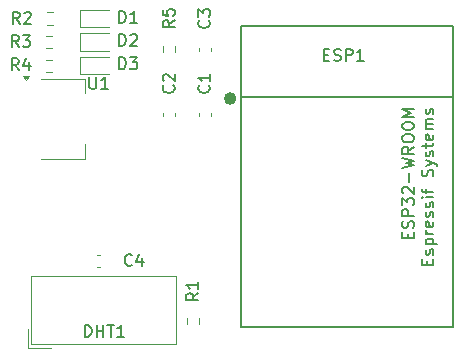
<source format=gbr>
%TF.GenerationSoftware,KiCad,Pcbnew,8.0.2*%
%TF.CreationDate,2024-05-27T00:00:39+02:00*%
%TF.ProjectId,ESP-Logger-HW,4553502d-4c6f-4676-9765-722d48572e6b,rev?*%
%TF.SameCoordinates,Original*%
%TF.FileFunction,Legend,Top*%
%TF.FilePolarity,Positive*%
%FSLAX46Y46*%
G04 Gerber Fmt 4.6, Leading zero omitted, Abs format (unit mm)*
G04 Created by KiCad (PCBNEW 8.0.2) date 2024-05-27 00:00:39*
%MOMM*%
%LPD*%
G01*
G04 APERTURE LIST*
%ADD10C,0.150000*%
%ADD11C,0.120000*%
%ADD12C,0.500000*%
G04 APERTURE END LIST*
D10*
X29261905Y-25284819D02*
X29261905Y-24284819D01*
X29261905Y-24284819D02*
X29500000Y-24284819D01*
X29500000Y-24284819D02*
X29642857Y-24332438D01*
X29642857Y-24332438D02*
X29738095Y-24427676D01*
X29738095Y-24427676D02*
X29785714Y-24522914D01*
X29785714Y-24522914D02*
X29833333Y-24713390D01*
X29833333Y-24713390D02*
X29833333Y-24856247D01*
X29833333Y-24856247D02*
X29785714Y-25046723D01*
X29785714Y-25046723D02*
X29738095Y-25141961D01*
X29738095Y-25141961D02*
X29642857Y-25237200D01*
X29642857Y-25237200D02*
X29500000Y-25284819D01*
X29500000Y-25284819D02*
X29261905Y-25284819D01*
X30166667Y-24284819D02*
X30785714Y-24284819D01*
X30785714Y-24284819D02*
X30452381Y-24665771D01*
X30452381Y-24665771D02*
X30595238Y-24665771D01*
X30595238Y-24665771D02*
X30690476Y-24713390D01*
X30690476Y-24713390D02*
X30738095Y-24761009D01*
X30738095Y-24761009D02*
X30785714Y-24856247D01*
X30785714Y-24856247D02*
X30785714Y-25094342D01*
X30785714Y-25094342D02*
X30738095Y-25189580D01*
X30738095Y-25189580D02*
X30690476Y-25237200D01*
X30690476Y-25237200D02*
X30595238Y-25284819D01*
X30595238Y-25284819D02*
X30309524Y-25284819D01*
X30309524Y-25284819D02*
X30214286Y-25237200D01*
X30214286Y-25237200D02*
X30166667Y-25189580D01*
X29261905Y-23324819D02*
X29261905Y-22324819D01*
X29261905Y-22324819D02*
X29500000Y-22324819D01*
X29500000Y-22324819D02*
X29642857Y-22372438D01*
X29642857Y-22372438D02*
X29738095Y-22467676D01*
X29738095Y-22467676D02*
X29785714Y-22562914D01*
X29785714Y-22562914D02*
X29833333Y-22753390D01*
X29833333Y-22753390D02*
X29833333Y-22896247D01*
X29833333Y-22896247D02*
X29785714Y-23086723D01*
X29785714Y-23086723D02*
X29738095Y-23181961D01*
X29738095Y-23181961D02*
X29642857Y-23277200D01*
X29642857Y-23277200D02*
X29500000Y-23324819D01*
X29500000Y-23324819D02*
X29261905Y-23324819D01*
X30214286Y-22420057D02*
X30261905Y-22372438D01*
X30261905Y-22372438D02*
X30357143Y-22324819D01*
X30357143Y-22324819D02*
X30595238Y-22324819D01*
X30595238Y-22324819D02*
X30690476Y-22372438D01*
X30690476Y-22372438D02*
X30738095Y-22420057D01*
X30738095Y-22420057D02*
X30785714Y-22515295D01*
X30785714Y-22515295D02*
X30785714Y-22610533D01*
X30785714Y-22610533D02*
X30738095Y-22753390D01*
X30738095Y-22753390D02*
X30166667Y-23324819D01*
X30166667Y-23324819D02*
X30785714Y-23324819D01*
X33859580Y-26666666D02*
X33907200Y-26714285D01*
X33907200Y-26714285D02*
X33954819Y-26857142D01*
X33954819Y-26857142D02*
X33954819Y-26952380D01*
X33954819Y-26952380D02*
X33907200Y-27095237D01*
X33907200Y-27095237D02*
X33811961Y-27190475D01*
X33811961Y-27190475D02*
X33716723Y-27238094D01*
X33716723Y-27238094D02*
X33526247Y-27285713D01*
X33526247Y-27285713D02*
X33383390Y-27285713D01*
X33383390Y-27285713D02*
X33192914Y-27238094D01*
X33192914Y-27238094D02*
X33097676Y-27190475D01*
X33097676Y-27190475D02*
X33002438Y-27095237D01*
X33002438Y-27095237D02*
X32954819Y-26952380D01*
X32954819Y-26952380D02*
X32954819Y-26857142D01*
X32954819Y-26857142D02*
X33002438Y-26714285D01*
X33002438Y-26714285D02*
X33050057Y-26666666D01*
X33050057Y-26285713D02*
X33002438Y-26238094D01*
X33002438Y-26238094D02*
X32954819Y-26142856D01*
X32954819Y-26142856D02*
X32954819Y-25904761D01*
X32954819Y-25904761D02*
X33002438Y-25809523D01*
X33002438Y-25809523D02*
X33050057Y-25761904D01*
X33050057Y-25761904D02*
X33145295Y-25714285D01*
X33145295Y-25714285D02*
X33240533Y-25714285D01*
X33240533Y-25714285D02*
X33383390Y-25761904D01*
X33383390Y-25761904D02*
X33954819Y-26333332D01*
X33954819Y-26333332D02*
X33954819Y-25714285D01*
X46593333Y-24061009D02*
X46926666Y-24061009D01*
X47069523Y-24584819D02*
X46593333Y-24584819D01*
X46593333Y-24584819D02*
X46593333Y-23584819D01*
X46593333Y-23584819D02*
X47069523Y-23584819D01*
X47450476Y-24537200D02*
X47593333Y-24584819D01*
X47593333Y-24584819D02*
X47831428Y-24584819D01*
X47831428Y-24584819D02*
X47926666Y-24537200D01*
X47926666Y-24537200D02*
X47974285Y-24489580D01*
X47974285Y-24489580D02*
X48021904Y-24394342D01*
X48021904Y-24394342D02*
X48021904Y-24299104D01*
X48021904Y-24299104D02*
X47974285Y-24203866D01*
X47974285Y-24203866D02*
X47926666Y-24156247D01*
X47926666Y-24156247D02*
X47831428Y-24108628D01*
X47831428Y-24108628D02*
X47640952Y-24061009D01*
X47640952Y-24061009D02*
X47545714Y-24013390D01*
X47545714Y-24013390D02*
X47498095Y-23965771D01*
X47498095Y-23965771D02*
X47450476Y-23870533D01*
X47450476Y-23870533D02*
X47450476Y-23775295D01*
X47450476Y-23775295D02*
X47498095Y-23680057D01*
X47498095Y-23680057D02*
X47545714Y-23632438D01*
X47545714Y-23632438D02*
X47640952Y-23584819D01*
X47640952Y-23584819D02*
X47879047Y-23584819D01*
X47879047Y-23584819D02*
X48021904Y-23632438D01*
X48450476Y-24584819D02*
X48450476Y-23584819D01*
X48450476Y-23584819D02*
X48831428Y-23584819D01*
X48831428Y-23584819D02*
X48926666Y-23632438D01*
X48926666Y-23632438D02*
X48974285Y-23680057D01*
X48974285Y-23680057D02*
X49021904Y-23775295D01*
X49021904Y-23775295D02*
X49021904Y-23918152D01*
X49021904Y-23918152D02*
X48974285Y-24013390D01*
X48974285Y-24013390D02*
X48926666Y-24061009D01*
X48926666Y-24061009D02*
X48831428Y-24108628D01*
X48831428Y-24108628D02*
X48450476Y-24108628D01*
X49974285Y-24584819D02*
X49402857Y-24584819D01*
X49688571Y-24584819D02*
X49688571Y-23584819D01*
X49688571Y-23584819D02*
X49593333Y-23727676D01*
X49593333Y-23727676D02*
X49498095Y-23822914D01*
X49498095Y-23822914D02*
X49402857Y-23870533D01*
X53698009Y-39578380D02*
X53698009Y-39245047D01*
X54221819Y-39102190D02*
X54221819Y-39578380D01*
X54221819Y-39578380D02*
X53221819Y-39578380D01*
X53221819Y-39578380D02*
X53221819Y-39102190D01*
X54174200Y-38721237D02*
X54221819Y-38578380D01*
X54221819Y-38578380D02*
X54221819Y-38340285D01*
X54221819Y-38340285D02*
X54174200Y-38245047D01*
X54174200Y-38245047D02*
X54126580Y-38197428D01*
X54126580Y-38197428D02*
X54031342Y-38149809D01*
X54031342Y-38149809D02*
X53936104Y-38149809D01*
X53936104Y-38149809D02*
X53840866Y-38197428D01*
X53840866Y-38197428D02*
X53793247Y-38245047D01*
X53793247Y-38245047D02*
X53745628Y-38340285D01*
X53745628Y-38340285D02*
X53698009Y-38530761D01*
X53698009Y-38530761D02*
X53650390Y-38625999D01*
X53650390Y-38625999D02*
X53602771Y-38673618D01*
X53602771Y-38673618D02*
X53507533Y-38721237D01*
X53507533Y-38721237D02*
X53412295Y-38721237D01*
X53412295Y-38721237D02*
X53317057Y-38673618D01*
X53317057Y-38673618D02*
X53269438Y-38625999D01*
X53269438Y-38625999D02*
X53221819Y-38530761D01*
X53221819Y-38530761D02*
X53221819Y-38292666D01*
X53221819Y-38292666D02*
X53269438Y-38149809D01*
X54221819Y-37721237D02*
X53221819Y-37721237D01*
X53221819Y-37721237D02*
X53221819Y-37340285D01*
X53221819Y-37340285D02*
X53269438Y-37245047D01*
X53269438Y-37245047D02*
X53317057Y-37197428D01*
X53317057Y-37197428D02*
X53412295Y-37149809D01*
X53412295Y-37149809D02*
X53555152Y-37149809D01*
X53555152Y-37149809D02*
X53650390Y-37197428D01*
X53650390Y-37197428D02*
X53698009Y-37245047D01*
X53698009Y-37245047D02*
X53745628Y-37340285D01*
X53745628Y-37340285D02*
X53745628Y-37721237D01*
X53221819Y-36816475D02*
X53221819Y-36197428D01*
X53221819Y-36197428D02*
X53602771Y-36530761D01*
X53602771Y-36530761D02*
X53602771Y-36387904D01*
X53602771Y-36387904D02*
X53650390Y-36292666D01*
X53650390Y-36292666D02*
X53698009Y-36245047D01*
X53698009Y-36245047D02*
X53793247Y-36197428D01*
X53793247Y-36197428D02*
X54031342Y-36197428D01*
X54031342Y-36197428D02*
X54126580Y-36245047D01*
X54126580Y-36245047D02*
X54174200Y-36292666D01*
X54174200Y-36292666D02*
X54221819Y-36387904D01*
X54221819Y-36387904D02*
X54221819Y-36673618D01*
X54221819Y-36673618D02*
X54174200Y-36768856D01*
X54174200Y-36768856D02*
X54126580Y-36816475D01*
X53317057Y-35816475D02*
X53269438Y-35768856D01*
X53269438Y-35768856D02*
X53221819Y-35673618D01*
X53221819Y-35673618D02*
X53221819Y-35435523D01*
X53221819Y-35435523D02*
X53269438Y-35340285D01*
X53269438Y-35340285D02*
X53317057Y-35292666D01*
X53317057Y-35292666D02*
X53412295Y-35245047D01*
X53412295Y-35245047D02*
X53507533Y-35245047D01*
X53507533Y-35245047D02*
X53650390Y-35292666D01*
X53650390Y-35292666D02*
X54221819Y-35864094D01*
X54221819Y-35864094D02*
X54221819Y-35245047D01*
X53840866Y-34816475D02*
X53840866Y-34054571D01*
X53221819Y-33673618D02*
X54221819Y-33435523D01*
X54221819Y-33435523D02*
X53507533Y-33245047D01*
X53507533Y-33245047D02*
X54221819Y-33054571D01*
X54221819Y-33054571D02*
X53221819Y-32816476D01*
X54221819Y-31864095D02*
X53745628Y-32197428D01*
X54221819Y-32435523D02*
X53221819Y-32435523D01*
X53221819Y-32435523D02*
X53221819Y-32054571D01*
X53221819Y-32054571D02*
X53269438Y-31959333D01*
X53269438Y-31959333D02*
X53317057Y-31911714D01*
X53317057Y-31911714D02*
X53412295Y-31864095D01*
X53412295Y-31864095D02*
X53555152Y-31864095D01*
X53555152Y-31864095D02*
X53650390Y-31911714D01*
X53650390Y-31911714D02*
X53698009Y-31959333D01*
X53698009Y-31959333D02*
X53745628Y-32054571D01*
X53745628Y-32054571D02*
X53745628Y-32435523D01*
X53221819Y-31245047D02*
X53221819Y-31054571D01*
X53221819Y-31054571D02*
X53269438Y-30959333D01*
X53269438Y-30959333D02*
X53364676Y-30864095D01*
X53364676Y-30864095D02*
X53555152Y-30816476D01*
X53555152Y-30816476D02*
X53888485Y-30816476D01*
X53888485Y-30816476D02*
X54078961Y-30864095D01*
X54078961Y-30864095D02*
X54174200Y-30959333D01*
X54174200Y-30959333D02*
X54221819Y-31054571D01*
X54221819Y-31054571D02*
X54221819Y-31245047D01*
X54221819Y-31245047D02*
X54174200Y-31340285D01*
X54174200Y-31340285D02*
X54078961Y-31435523D01*
X54078961Y-31435523D02*
X53888485Y-31483142D01*
X53888485Y-31483142D02*
X53555152Y-31483142D01*
X53555152Y-31483142D02*
X53364676Y-31435523D01*
X53364676Y-31435523D02*
X53269438Y-31340285D01*
X53269438Y-31340285D02*
X53221819Y-31245047D01*
X53221819Y-30197428D02*
X53221819Y-30006952D01*
X53221819Y-30006952D02*
X53269438Y-29911714D01*
X53269438Y-29911714D02*
X53364676Y-29816476D01*
X53364676Y-29816476D02*
X53555152Y-29768857D01*
X53555152Y-29768857D02*
X53888485Y-29768857D01*
X53888485Y-29768857D02*
X54078961Y-29816476D01*
X54078961Y-29816476D02*
X54174200Y-29911714D01*
X54174200Y-29911714D02*
X54221819Y-30006952D01*
X54221819Y-30006952D02*
X54221819Y-30197428D01*
X54221819Y-30197428D02*
X54174200Y-30292666D01*
X54174200Y-30292666D02*
X54078961Y-30387904D01*
X54078961Y-30387904D02*
X53888485Y-30435523D01*
X53888485Y-30435523D02*
X53555152Y-30435523D01*
X53555152Y-30435523D02*
X53364676Y-30387904D01*
X53364676Y-30387904D02*
X53269438Y-30292666D01*
X53269438Y-30292666D02*
X53221819Y-30197428D01*
X54221819Y-29340285D02*
X53221819Y-29340285D01*
X53221819Y-29340285D02*
X53936104Y-29006952D01*
X53936104Y-29006952D02*
X53221819Y-28673619D01*
X53221819Y-28673619D02*
X54221819Y-28673619D01*
X55349009Y-41840429D02*
X55349009Y-41507096D01*
X55872819Y-41364239D02*
X55872819Y-41840429D01*
X55872819Y-41840429D02*
X54872819Y-41840429D01*
X54872819Y-41840429D02*
X54872819Y-41364239D01*
X55825200Y-40983286D02*
X55872819Y-40888048D01*
X55872819Y-40888048D02*
X55872819Y-40697572D01*
X55872819Y-40697572D02*
X55825200Y-40602334D01*
X55825200Y-40602334D02*
X55729961Y-40554715D01*
X55729961Y-40554715D02*
X55682342Y-40554715D01*
X55682342Y-40554715D02*
X55587104Y-40602334D01*
X55587104Y-40602334D02*
X55539485Y-40697572D01*
X55539485Y-40697572D02*
X55539485Y-40840429D01*
X55539485Y-40840429D02*
X55491866Y-40935667D01*
X55491866Y-40935667D02*
X55396628Y-40983286D01*
X55396628Y-40983286D02*
X55349009Y-40983286D01*
X55349009Y-40983286D02*
X55253771Y-40935667D01*
X55253771Y-40935667D02*
X55206152Y-40840429D01*
X55206152Y-40840429D02*
X55206152Y-40697572D01*
X55206152Y-40697572D02*
X55253771Y-40602334D01*
X55206152Y-40126143D02*
X56206152Y-40126143D01*
X55253771Y-40126143D02*
X55206152Y-40030905D01*
X55206152Y-40030905D02*
X55206152Y-39840429D01*
X55206152Y-39840429D02*
X55253771Y-39745191D01*
X55253771Y-39745191D02*
X55301390Y-39697572D01*
X55301390Y-39697572D02*
X55396628Y-39649953D01*
X55396628Y-39649953D02*
X55682342Y-39649953D01*
X55682342Y-39649953D02*
X55777580Y-39697572D01*
X55777580Y-39697572D02*
X55825200Y-39745191D01*
X55825200Y-39745191D02*
X55872819Y-39840429D01*
X55872819Y-39840429D02*
X55872819Y-40030905D01*
X55872819Y-40030905D02*
X55825200Y-40126143D01*
X55872819Y-39221381D02*
X55206152Y-39221381D01*
X55396628Y-39221381D02*
X55301390Y-39173762D01*
X55301390Y-39173762D02*
X55253771Y-39126143D01*
X55253771Y-39126143D02*
X55206152Y-39030905D01*
X55206152Y-39030905D02*
X55206152Y-38935667D01*
X55825200Y-38221381D02*
X55872819Y-38316619D01*
X55872819Y-38316619D02*
X55872819Y-38507095D01*
X55872819Y-38507095D02*
X55825200Y-38602333D01*
X55825200Y-38602333D02*
X55729961Y-38649952D01*
X55729961Y-38649952D02*
X55349009Y-38649952D01*
X55349009Y-38649952D02*
X55253771Y-38602333D01*
X55253771Y-38602333D02*
X55206152Y-38507095D01*
X55206152Y-38507095D02*
X55206152Y-38316619D01*
X55206152Y-38316619D02*
X55253771Y-38221381D01*
X55253771Y-38221381D02*
X55349009Y-38173762D01*
X55349009Y-38173762D02*
X55444247Y-38173762D01*
X55444247Y-38173762D02*
X55539485Y-38649952D01*
X55825200Y-37792809D02*
X55872819Y-37697571D01*
X55872819Y-37697571D02*
X55872819Y-37507095D01*
X55872819Y-37507095D02*
X55825200Y-37411857D01*
X55825200Y-37411857D02*
X55729961Y-37364238D01*
X55729961Y-37364238D02*
X55682342Y-37364238D01*
X55682342Y-37364238D02*
X55587104Y-37411857D01*
X55587104Y-37411857D02*
X55539485Y-37507095D01*
X55539485Y-37507095D02*
X55539485Y-37649952D01*
X55539485Y-37649952D02*
X55491866Y-37745190D01*
X55491866Y-37745190D02*
X55396628Y-37792809D01*
X55396628Y-37792809D02*
X55349009Y-37792809D01*
X55349009Y-37792809D02*
X55253771Y-37745190D01*
X55253771Y-37745190D02*
X55206152Y-37649952D01*
X55206152Y-37649952D02*
X55206152Y-37507095D01*
X55206152Y-37507095D02*
X55253771Y-37411857D01*
X55825200Y-36983285D02*
X55872819Y-36888047D01*
X55872819Y-36888047D02*
X55872819Y-36697571D01*
X55872819Y-36697571D02*
X55825200Y-36602333D01*
X55825200Y-36602333D02*
X55729961Y-36554714D01*
X55729961Y-36554714D02*
X55682342Y-36554714D01*
X55682342Y-36554714D02*
X55587104Y-36602333D01*
X55587104Y-36602333D02*
X55539485Y-36697571D01*
X55539485Y-36697571D02*
X55539485Y-36840428D01*
X55539485Y-36840428D02*
X55491866Y-36935666D01*
X55491866Y-36935666D02*
X55396628Y-36983285D01*
X55396628Y-36983285D02*
X55349009Y-36983285D01*
X55349009Y-36983285D02*
X55253771Y-36935666D01*
X55253771Y-36935666D02*
X55206152Y-36840428D01*
X55206152Y-36840428D02*
X55206152Y-36697571D01*
X55206152Y-36697571D02*
X55253771Y-36602333D01*
X55872819Y-36126142D02*
X55206152Y-36126142D01*
X54872819Y-36126142D02*
X54920438Y-36173761D01*
X54920438Y-36173761D02*
X54968057Y-36126142D01*
X54968057Y-36126142D02*
X54920438Y-36078523D01*
X54920438Y-36078523D02*
X54872819Y-36126142D01*
X54872819Y-36126142D02*
X54968057Y-36126142D01*
X55206152Y-35792809D02*
X55206152Y-35411857D01*
X55872819Y-35649952D02*
X55015676Y-35649952D01*
X55015676Y-35649952D02*
X54920438Y-35602333D01*
X54920438Y-35602333D02*
X54872819Y-35507095D01*
X54872819Y-35507095D02*
X54872819Y-35411857D01*
X55825200Y-34364237D02*
X55872819Y-34221380D01*
X55872819Y-34221380D02*
X55872819Y-33983285D01*
X55872819Y-33983285D02*
X55825200Y-33888047D01*
X55825200Y-33888047D02*
X55777580Y-33840428D01*
X55777580Y-33840428D02*
X55682342Y-33792809D01*
X55682342Y-33792809D02*
X55587104Y-33792809D01*
X55587104Y-33792809D02*
X55491866Y-33840428D01*
X55491866Y-33840428D02*
X55444247Y-33888047D01*
X55444247Y-33888047D02*
X55396628Y-33983285D01*
X55396628Y-33983285D02*
X55349009Y-34173761D01*
X55349009Y-34173761D02*
X55301390Y-34268999D01*
X55301390Y-34268999D02*
X55253771Y-34316618D01*
X55253771Y-34316618D02*
X55158533Y-34364237D01*
X55158533Y-34364237D02*
X55063295Y-34364237D01*
X55063295Y-34364237D02*
X54968057Y-34316618D01*
X54968057Y-34316618D02*
X54920438Y-34268999D01*
X54920438Y-34268999D02*
X54872819Y-34173761D01*
X54872819Y-34173761D02*
X54872819Y-33935666D01*
X54872819Y-33935666D02*
X54920438Y-33792809D01*
X55206152Y-33459475D02*
X55872819Y-33221380D01*
X55206152Y-32983285D02*
X55872819Y-33221380D01*
X55872819Y-33221380D02*
X56110914Y-33316618D01*
X56110914Y-33316618D02*
X56158533Y-33364237D01*
X56158533Y-33364237D02*
X56206152Y-33459475D01*
X55825200Y-32649951D02*
X55872819Y-32554713D01*
X55872819Y-32554713D02*
X55872819Y-32364237D01*
X55872819Y-32364237D02*
X55825200Y-32268999D01*
X55825200Y-32268999D02*
X55729961Y-32221380D01*
X55729961Y-32221380D02*
X55682342Y-32221380D01*
X55682342Y-32221380D02*
X55587104Y-32268999D01*
X55587104Y-32268999D02*
X55539485Y-32364237D01*
X55539485Y-32364237D02*
X55539485Y-32507094D01*
X55539485Y-32507094D02*
X55491866Y-32602332D01*
X55491866Y-32602332D02*
X55396628Y-32649951D01*
X55396628Y-32649951D02*
X55349009Y-32649951D01*
X55349009Y-32649951D02*
X55253771Y-32602332D01*
X55253771Y-32602332D02*
X55206152Y-32507094D01*
X55206152Y-32507094D02*
X55206152Y-32364237D01*
X55206152Y-32364237D02*
X55253771Y-32268999D01*
X55206152Y-31935665D02*
X55206152Y-31554713D01*
X54872819Y-31792808D02*
X55729961Y-31792808D01*
X55729961Y-31792808D02*
X55825200Y-31745189D01*
X55825200Y-31745189D02*
X55872819Y-31649951D01*
X55872819Y-31649951D02*
X55872819Y-31554713D01*
X55825200Y-30840427D02*
X55872819Y-30935665D01*
X55872819Y-30935665D02*
X55872819Y-31126141D01*
X55872819Y-31126141D02*
X55825200Y-31221379D01*
X55825200Y-31221379D02*
X55729961Y-31268998D01*
X55729961Y-31268998D02*
X55349009Y-31268998D01*
X55349009Y-31268998D02*
X55253771Y-31221379D01*
X55253771Y-31221379D02*
X55206152Y-31126141D01*
X55206152Y-31126141D02*
X55206152Y-30935665D01*
X55206152Y-30935665D02*
X55253771Y-30840427D01*
X55253771Y-30840427D02*
X55349009Y-30792808D01*
X55349009Y-30792808D02*
X55444247Y-30792808D01*
X55444247Y-30792808D02*
X55539485Y-31268998D01*
X55872819Y-30364236D02*
X55206152Y-30364236D01*
X55301390Y-30364236D02*
X55253771Y-30316617D01*
X55253771Y-30316617D02*
X55206152Y-30221379D01*
X55206152Y-30221379D02*
X55206152Y-30078522D01*
X55206152Y-30078522D02*
X55253771Y-29983284D01*
X55253771Y-29983284D02*
X55349009Y-29935665D01*
X55349009Y-29935665D02*
X55872819Y-29935665D01*
X55349009Y-29935665D02*
X55253771Y-29888046D01*
X55253771Y-29888046D02*
X55206152Y-29792808D01*
X55206152Y-29792808D02*
X55206152Y-29649951D01*
X55206152Y-29649951D02*
X55253771Y-29554712D01*
X55253771Y-29554712D02*
X55349009Y-29507093D01*
X55349009Y-29507093D02*
X55872819Y-29507093D01*
X55825200Y-29078522D02*
X55872819Y-28983284D01*
X55872819Y-28983284D02*
X55872819Y-28792808D01*
X55872819Y-28792808D02*
X55825200Y-28697570D01*
X55825200Y-28697570D02*
X55729961Y-28649951D01*
X55729961Y-28649951D02*
X55682342Y-28649951D01*
X55682342Y-28649951D02*
X55587104Y-28697570D01*
X55587104Y-28697570D02*
X55539485Y-28792808D01*
X55539485Y-28792808D02*
X55539485Y-28935665D01*
X55539485Y-28935665D02*
X55491866Y-29030903D01*
X55491866Y-29030903D02*
X55396628Y-29078522D01*
X55396628Y-29078522D02*
X55349009Y-29078522D01*
X55349009Y-29078522D02*
X55253771Y-29030903D01*
X55253771Y-29030903D02*
X55206152Y-28935665D01*
X55206152Y-28935665D02*
X55206152Y-28792808D01*
X55206152Y-28792808D02*
X55253771Y-28697570D01*
X20833333Y-21454819D02*
X20500000Y-20978628D01*
X20261905Y-21454819D02*
X20261905Y-20454819D01*
X20261905Y-20454819D02*
X20642857Y-20454819D01*
X20642857Y-20454819D02*
X20738095Y-20502438D01*
X20738095Y-20502438D02*
X20785714Y-20550057D01*
X20785714Y-20550057D02*
X20833333Y-20645295D01*
X20833333Y-20645295D02*
X20833333Y-20788152D01*
X20833333Y-20788152D02*
X20785714Y-20883390D01*
X20785714Y-20883390D02*
X20738095Y-20931009D01*
X20738095Y-20931009D02*
X20642857Y-20978628D01*
X20642857Y-20978628D02*
X20261905Y-20978628D01*
X21214286Y-20550057D02*
X21261905Y-20502438D01*
X21261905Y-20502438D02*
X21357143Y-20454819D01*
X21357143Y-20454819D02*
X21595238Y-20454819D01*
X21595238Y-20454819D02*
X21690476Y-20502438D01*
X21690476Y-20502438D02*
X21738095Y-20550057D01*
X21738095Y-20550057D02*
X21785714Y-20645295D01*
X21785714Y-20645295D02*
X21785714Y-20740533D01*
X21785714Y-20740533D02*
X21738095Y-20883390D01*
X21738095Y-20883390D02*
X21166667Y-21454819D01*
X21166667Y-21454819D02*
X21785714Y-21454819D01*
X35954819Y-44254166D02*
X35478628Y-44587499D01*
X35954819Y-44825594D02*
X34954819Y-44825594D01*
X34954819Y-44825594D02*
X34954819Y-44444642D01*
X34954819Y-44444642D02*
X35002438Y-44349404D01*
X35002438Y-44349404D02*
X35050057Y-44301785D01*
X35050057Y-44301785D02*
X35145295Y-44254166D01*
X35145295Y-44254166D02*
X35288152Y-44254166D01*
X35288152Y-44254166D02*
X35383390Y-44301785D01*
X35383390Y-44301785D02*
X35431009Y-44349404D01*
X35431009Y-44349404D02*
X35478628Y-44444642D01*
X35478628Y-44444642D02*
X35478628Y-44825594D01*
X35954819Y-43301785D02*
X35954819Y-43873213D01*
X35954819Y-43587499D02*
X34954819Y-43587499D01*
X34954819Y-43587499D02*
X35097676Y-43682737D01*
X35097676Y-43682737D02*
X35192914Y-43777975D01*
X35192914Y-43777975D02*
X35240533Y-43873213D01*
X20758333Y-23414819D02*
X20425000Y-22938628D01*
X20186905Y-23414819D02*
X20186905Y-22414819D01*
X20186905Y-22414819D02*
X20567857Y-22414819D01*
X20567857Y-22414819D02*
X20663095Y-22462438D01*
X20663095Y-22462438D02*
X20710714Y-22510057D01*
X20710714Y-22510057D02*
X20758333Y-22605295D01*
X20758333Y-22605295D02*
X20758333Y-22748152D01*
X20758333Y-22748152D02*
X20710714Y-22843390D01*
X20710714Y-22843390D02*
X20663095Y-22891009D01*
X20663095Y-22891009D02*
X20567857Y-22938628D01*
X20567857Y-22938628D02*
X20186905Y-22938628D01*
X21091667Y-22414819D02*
X21710714Y-22414819D01*
X21710714Y-22414819D02*
X21377381Y-22795771D01*
X21377381Y-22795771D02*
X21520238Y-22795771D01*
X21520238Y-22795771D02*
X21615476Y-22843390D01*
X21615476Y-22843390D02*
X21663095Y-22891009D01*
X21663095Y-22891009D02*
X21710714Y-22986247D01*
X21710714Y-22986247D02*
X21710714Y-23224342D01*
X21710714Y-23224342D02*
X21663095Y-23319580D01*
X21663095Y-23319580D02*
X21615476Y-23367200D01*
X21615476Y-23367200D02*
X21520238Y-23414819D01*
X21520238Y-23414819D02*
X21234524Y-23414819D01*
X21234524Y-23414819D02*
X21139286Y-23367200D01*
X21139286Y-23367200D02*
X21091667Y-23319580D01*
X26357143Y-47954819D02*
X26357143Y-46954819D01*
X26357143Y-46954819D02*
X26595238Y-46954819D01*
X26595238Y-46954819D02*
X26738095Y-47002438D01*
X26738095Y-47002438D02*
X26833333Y-47097676D01*
X26833333Y-47097676D02*
X26880952Y-47192914D01*
X26880952Y-47192914D02*
X26928571Y-47383390D01*
X26928571Y-47383390D02*
X26928571Y-47526247D01*
X26928571Y-47526247D02*
X26880952Y-47716723D01*
X26880952Y-47716723D02*
X26833333Y-47811961D01*
X26833333Y-47811961D02*
X26738095Y-47907200D01*
X26738095Y-47907200D02*
X26595238Y-47954819D01*
X26595238Y-47954819D02*
X26357143Y-47954819D01*
X27357143Y-47954819D02*
X27357143Y-46954819D01*
X27357143Y-47431009D02*
X27928571Y-47431009D01*
X27928571Y-47954819D02*
X27928571Y-46954819D01*
X28261905Y-46954819D02*
X28833333Y-46954819D01*
X28547619Y-47954819D02*
X28547619Y-46954819D01*
X29690476Y-47954819D02*
X29119048Y-47954819D01*
X29404762Y-47954819D02*
X29404762Y-46954819D01*
X29404762Y-46954819D02*
X29309524Y-47097676D01*
X29309524Y-47097676D02*
X29214286Y-47192914D01*
X29214286Y-47192914D02*
X29119048Y-47240533D01*
X20758333Y-25374819D02*
X20425000Y-24898628D01*
X20186905Y-25374819D02*
X20186905Y-24374819D01*
X20186905Y-24374819D02*
X20567857Y-24374819D01*
X20567857Y-24374819D02*
X20663095Y-24422438D01*
X20663095Y-24422438D02*
X20710714Y-24470057D01*
X20710714Y-24470057D02*
X20758333Y-24565295D01*
X20758333Y-24565295D02*
X20758333Y-24708152D01*
X20758333Y-24708152D02*
X20710714Y-24803390D01*
X20710714Y-24803390D02*
X20663095Y-24851009D01*
X20663095Y-24851009D02*
X20567857Y-24898628D01*
X20567857Y-24898628D02*
X20186905Y-24898628D01*
X21615476Y-24708152D02*
X21615476Y-25374819D01*
X21377381Y-24327200D02*
X21139286Y-25041485D01*
X21139286Y-25041485D02*
X21758333Y-25041485D01*
X33954819Y-21166666D02*
X33478628Y-21499999D01*
X33954819Y-21738094D02*
X32954819Y-21738094D01*
X32954819Y-21738094D02*
X32954819Y-21357142D01*
X32954819Y-21357142D02*
X33002438Y-21261904D01*
X33002438Y-21261904D02*
X33050057Y-21214285D01*
X33050057Y-21214285D02*
X33145295Y-21166666D01*
X33145295Y-21166666D02*
X33288152Y-21166666D01*
X33288152Y-21166666D02*
X33383390Y-21214285D01*
X33383390Y-21214285D02*
X33431009Y-21261904D01*
X33431009Y-21261904D02*
X33478628Y-21357142D01*
X33478628Y-21357142D02*
X33478628Y-21738094D01*
X32954819Y-20261904D02*
X32954819Y-20738094D01*
X32954819Y-20738094D02*
X33431009Y-20785713D01*
X33431009Y-20785713D02*
X33383390Y-20738094D01*
X33383390Y-20738094D02*
X33335771Y-20642856D01*
X33335771Y-20642856D02*
X33335771Y-20404761D01*
X33335771Y-20404761D02*
X33383390Y-20309523D01*
X33383390Y-20309523D02*
X33431009Y-20261904D01*
X33431009Y-20261904D02*
X33526247Y-20214285D01*
X33526247Y-20214285D02*
X33764342Y-20214285D01*
X33764342Y-20214285D02*
X33859580Y-20261904D01*
X33859580Y-20261904D02*
X33907200Y-20309523D01*
X33907200Y-20309523D02*
X33954819Y-20404761D01*
X33954819Y-20404761D02*
X33954819Y-20642856D01*
X33954819Y-20642856D02*
X33907200Y-20738094D01*
X33907200Y-20738094D02*
X33859580Y-20785713D01*
X29261905Y-21364819D02*
X29261905Y-20364819D01*
X29261905Y-20364819D02*
X29500000Y-20364819D01*
X29500000Y-20364819D02*
X29642857Y-20412438D01*
X29642857Y-20412438D02*
X29738095Y-20507676D01*
X29738095Y-20507676D02*
X29785714Y-20602914D01*
X29785714Y-20602914D02*
X29833333Y-20793390D01*
X29833333Y-20793390D02*
X29833333Y-20936247D01*
X29833333Y-20936247D02*
X29785714Y-21126723D01*
X29785714Y-21126723D02*
X29738095Y-21221961D01*
X29738095Y-21221961D02*
X29642857Y-21317200D01*
X29642857Y-21317200D02*
X29500000Y-21364819D01*
X29500000Y-21364819D02*
X29261905Y-21364819D01*
X30785714Y-21364819D02*
X30214286Y-21364819D01*
X30500000Y-21364819D02*
X30500000Y-20364819D01*
X30500000Y-20364819D02*
X30404762Y-20507676D01*
X30404762Y-20507676D02*
X30309524Y-20602914D01*
X30309524Y-20602914D02*
X30214286Y-20650533D01*
X36859580Y-21166666D02*
X36907200Y-21214285D01*
X36907200Y-21214285D02*
X36954819Y-21357142D01*
X36954819Y-21357142D02*
X36954819Y-21452380D01*
X36954819Y-21452380D02*
X36907200Y-21595237D01*
X36907200Y-21595237D02*
X36811961Y-21690475D01*
X36811961Y-21690475D02*
X36716723Y-21738094D01*
X36716723Y-21738094D02*
X36526247Y-21785713D01*
X36526247Y-21785713D02*
X36383390Y-21785713D01*
X36383390Y-21785713D02*
X36192914Y-21738094D01*
X36192914Y-21738094D02*
X36097676Y-21690475D01*
X36097676Y-21690475D02*
X36002438Y-21595237D01*
X36002438Y-21595237D02*
X35954819Y-21452380D01*
X35954819Y-21452380D02*
X35954819Y-21357142D01*
X35954819Y-21357142D02*
X36002438Y-21214285D01*
X36002438Y-21214285D02*
X36050057Y-21166666D01*
X35954819Y-20833332D02*
X35954819Y-20214285D01*
X35954819Y-20214285D02*
X36335771Y-20547618D01*
X36335771Y-20547618D02*
X36335771Y-20404761D01*
X36335771Y-20404761D02*
X36383390Y-20309523D01*
X36383390Y-20309523D02*
X36431009Y-20261904D01*
X36431009Y-20261904D02*
X36526247Y-20214285D01*
X36526247Y-20214285D02*
X36764342Y-20214285D01*
X36764342Y-20214285D02*
X36859580Y-20261904D01*
X36859580Y-20261904D02*
X36907200Y-20309523D01*
X36907200Y-20309523D02*
X36954819Y-20404761D01*
X36954819Y-20404761D02*
X36954819Y-20690475D01*
X36954819Y-20690475D02*
X36907200Y-20785713D01*
X36907200Y-20785713D02*
X36859580Y-20833332D01*
X36859580Y-26666666D02*
X36907200Y-26714285D01*
X36907200Y-26714285D02*
X36954819Y-26857142D01*
X36954819Y-26857142D02*
X36954819Y-26952380D01*
X36954819Y-26952380D02*
X36907200Y-27095237D01*
X36907200Y-27095237D02*
X36811961Y-27190475D01*
X36811961Y-27190475D02*
X36716723Y-27238094D01*
X36716723Y-27238094D02*
X36526247Y-27285713D01*
X36526247Y-27285713D02*
X36383390Y-27285713D01*
X36383390Y-27285713D02*
X36192914Y-27238094D01*
X36192914Y-27238094D02*
X36097676Y-27190475D01*
X36097676Y-27190475D02*
X36002438Y-27095237D01*
X36002438Y-27095237D02*
X35954819Y-26952380D01*
X35954819Y-26952380D02*
X35954819Y-26857142D01*
X35954819Y-26857142D02*
X36002438Y-26714285D01*
X36002438Y-26714285D02*
X36050057Y-26666666D01*
X36954819Y-25714285D02*
X36954819Y-26285713D01*
X36954819Y-25999999D02*
X35954819Y-25999999D01*
X35954819Y-25999999D02*
X36097676Y-26095237D01*
X36097676Y-26095237D02*
X36192914Y-26190475D01*
X36192914Y-26190475D02*
X36240533Y-26285713D01*
X26738095Y-25954819D02*
X26738095Y-26764342D01*
X26738095Y-26764342D02*
X26785714Y-26859580D01*
X26785714Y-26859580D02*
X26833333Y-26907200D01*
X26833333Y-26907200D02*
X26928571Y-26954819D01*
X26928571Y-26954819D02*
X27119047Y-26954819D01*
X27119047Y-26954819D02*
X27214285Y-26907200D01*
X27214285Y-26907200D02*
X27261904Y-26859580D01*
X27261904Y-26859580D02*
X27309523Y-26764342D01*
X27309523Y-26764342D02*
X27309523Y-25954819D01*
X28309523Y-26954819D02*
X27738095Y-26954819D01*
X28023809Y-26954819D02*
X28023809Y-25954819D01*
X28023809Y-25954819D02*
X27928571Y-26097676D01*
X27928571Y-26097676D02*
X27833333Y-26192914D01*
X27833333Y-26192914D02*
X27738095Y-26240533D01*
X30333333Y-41859580D02*
X30285714Y-41907200D01*
X30285714Y-41907200D02*
X30142857Y-41954819D01*
X30142857Y-41954819D02*
X30047619Y-41954819D01*
X30047619Y-41954819D02*
X29904762Y-41907200D01*
X29904762Y-41907200D02*
X29809524Y-41811961D01*
X29809524Y-41811961D02*
X29761905Y-41716723D01*
X29761905Y-41716723D02*
X29714286Y-41526247D01*
X29714286Y-41526247D02*
X29714286Y-41383390D01*
X29714286Y-41383390D02*
X29761905Y-41192914D01*
X29761905Y-41192914D02*
X29809524Y-41097676D01*
X29809524Y-41097676D02*
X29904762Y-41002438D01*
X29904762Y-41002438D02*
X30047619Y-40954819D01*
X30047619Y-40954819D02*
X30142857Y-40954819D01*
X30142857Y-40954819D02*
X30285714Y-41002438D01*
X30285714Y-41002438D02*
X30333333Y-41050057D01*
X31190476Y-41288152D02*
X31190476Y-41954819D01*
X30952381Y-40907200D02*
X30714286Y-41621485D01*
X30714286Y-41621485D02*
X31333333Y-41621485D01*
D11*
%TO.C,D3*%
X25965000Y-24265000D02*
X25965000Y-25735000D01*
X25965000Y-25735000D02*
X28425000Y-25735000D01*
X28425000Y-24265000D02*
X25965000Y-24265000D01*
%TO.C,D2*%
X25965000Y-22265000D02*
X25965000Y-23735000D01*
X25965000Y-23735000D02*
X28425000Y-23735000D01*
X28425000Y-22265000D02*
X25965000Y-22265000D01*
%TO.C,C2*%
X32990000Y-29283767D02*
X32990000Y-28991233D01*
X34010000Y-29283767D02*
X34010000Y-28991233D01*
D10*
%TO.C,ESP1*%
X39560000Y-21630000D02*
X39560000Y-47130000D01*
X57560000Y-21630000D02*
X39560000Y-21630000D01*
X57560000Y-21630000D02*
X57560000Y-47130000D01*
X57560000Y-27630000D02*
X39560000Y-27630000D01*
X57560000Y-47130000D02*
X39560000Y-47130000D01*
D12*
X38937981Y-27776000D02*
G75*
G02*
X38370019Y-27776000I-283981J0D01*
G01*
X38370019Y-27776000D02*
G75*
G02*
X38937981Y-27776000I283981J0D01*
G01*
D11*
%TO.C,R2*%
X23667224Y-20477500D02*
X23157776Y-20477500D01*
X23667224Y-21522500D02*
X23157776Y-21522500D01*
%TO.C,R1*%
X34977500Y-46332776D02*
X34977500Y-46842224D01*
X36022500Y-46332776D02*
X36022500Y-46842224D01*
%TO.C,R3*%
X23592224Y-22477500D02*
X23082776Y-22477500D01*
X23592224Y-23522500D02*
X23082776Y-23522500D01*
%TO.C,DHT1*%
X21530000Y-48880000D02*
X21530000Y-47270000D01*
X21530000Y-48880000D02*
X23530000Y-48880000D01*
X21810000Y-42840000D02*
X34070000Y-42840000D01*
X21810000Y-48590000D02*
X21810000Y-42850000D01*
X34070000Y-42840000D02*
X34070000Y-48600000D01*
X34070000Y-48600000D02*
X21820000Y-48600000D01*
%TO.C,R4*%
X23592224Y-24477500D02*
X23082776Y-24477500D01*
X23592224Y-25522500D02*
X23082776Y-25522500D01*
%TO.C,R5*%
X32977500Y-23842224D02*
X32977500Y-23332776D01*
X34022500Y-23842224D02*
X34022500Y-23332776D01*
%TO.C,D1*%
X25965000Y-20265000D02*
X25965000Y-21735000D01*
X25965000Y-21735000D02*
X28425000Y-21735000D01*
X28425000Y-20265000D02*
X25965000Y-20265000D01*
%TO.C,C3*%
X35990000Y-23491233D02*
X35990000Y-23783767D01*
X37010000Y-23491233D02*
X37010000Y-23783767D01*
%TO.C,C1*%
X35990000Y-29283767D02*
X35990000Y-28991233D01*
X37010000Y-29283767D02*
X37010000Y-28991233D01*
%TO.C,U1*%
X22650000Y-26090000D02*
X26410000Y-26090000D01*
X22650000Y-32910000D02*
X26410000Y-32910000D01*
X26410000Y-26090000D02*
X26410000Y-27350000D01*
X26410000Y-32910000D02*
X26410000Y-31650000D01*
X21370000Y-26190000D02*
X21130000Y-25860000D01*
X21610000Y-25860000D01*
X21370000Y-26190000D01*
G36*
X21370000Y-26190000D02*
G01*
X21130000Y-25860000D01*
X21610000Y-25860000D01*
X21370000Y-26190000D01*
G37*
%TO.C,C4*%
X27646267Y-40990000D02*
X27353733Y-40990000D01*
X27646267Y-42010000D02*
X27353733Y-42010000D01*
%TD*%
M02*

</source>
